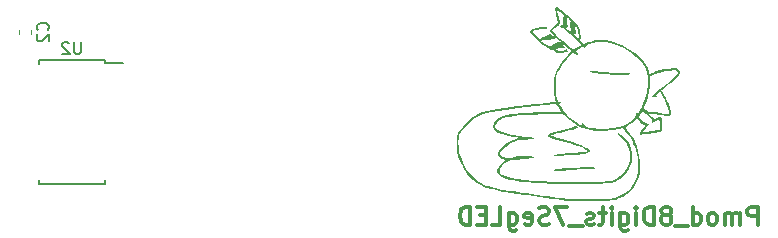
<source format=gbr>
%TF.GenerationSoftware,KiCad,Pcbnew,7.0.2*%
%TF.CreationDate,2023-08-10T02:19:43+09:00*%
%TF.ProjectId,Pmod_7LED_8digit,506d6f64-5f37-44c4-9544-5f3864696769,rev?*%
%TF.SameCoordinates,Original*%
%TF.FileFunction,Legend,Bot*%
%TF.FilePolarity,Positive*%
%FSLAX46Y46*%
G04 Gerber Fmt 4.6, Leading zero omitted, Abs format (unit mm)*
G04 Created by KiCad (PCBNEW 7.0.2) date 2023-08-10 02:19:43*
%MOMM*%
%LPD*%
G01*
G04 APERTURE LIST*
%ADD10C,0.300000*%
%ADD11C,0.150000*%
%ADD12C,0.120000*%
G04 APERTURE END LIST*
D10*
X129944857Y-83382428D02*
X129944857Y-81882428D01*
X129944857Y-81882428D02*
X129373428Y-81882428D01*
X129373428Y-81882428D02*
X129230571Y-81953857D01*
X129230571Y-81953857D02*
X129159142Y-82025285D01*
X129159142Y-82025285D02*
X129087714Y-82168142D01*
X129087714Y-82168142D02*
X129087714Y-82382428D01*
X129087714Y-82382428D02*
X129159142Y-82525285D01*
X129159142Y-82525285D02*
X129230571Y-82596714D01*
X129230571Y-82596714D02*
X129373428Y-82668142D01*
X129373428Y-82668142D02*
X129944857Y-82668142D01*
X128444857Y-83382428D02*
X128444857Y-82382428D01*
X128444857Y-82525285D02*
X128373428Y-82453857D01*
X128373428Y-82453857D02*
X128230571Y-82382428D01*
X128230571Y-82382428D02*
X128016285Y-82382428D01*
X128016285Y-82382428D02*
X127873428Y-82453857D01*
X127873428Y-82453857D02*
X127802000Y-82596714D01*
X127802000Y-82596714D02*
X127802000Y-83382428D01*
X127802000Y-82596714D02*
X127730571Y-82453857D01*
X127730571Y-82453857D02*
X127587714Y-82382428D01*
X127587714Y-82382428D02*
X127373428Y-82382428D01*
X127373428Y-82382428D02*
X127230571Y-82453857D01*
X127230571Y-82453857D02*
X127159142Y-82596714D01*
X127159142Y-82596714D02*
X127159142Y-83382428D01*
X126230571Y-83382428D02*
X126373428Y-83311000D01*
X126373428Y-83311000D02*
X126444857Y-83239571D01*
X126444857Y-83239571D02*
X126516285Y-83096714D01*
X126516285Y-83096714D02*
X126516285Y-82668142D01*
X126516285Y-82668142D02*
X126444857Y-82525285D01*
X126444857Y-82525285D02*
X126373428Y-82453857D01*
X126373428Y-82453857D02*
X126230571Y-82382428D01*
X126230571Y-82382428D02*
X126016285Y-82382428D01*
X126016285Y-82382428D02*
X125873428Y-82453857D01*
X125873428Y-82453857D02*
X125802000Y-82525285D01*
X125802000Y-82525285D02*
X125730571Y-82668142D01*
X125730571Y-82668142D02*
X125730571Y-83096714D01*
X125730571Y-83096714D02*
X125802000Y-83239571D01*
X125802000Y-83239571D02*
X125873428Y-83311000D01*
X125873428Y-83311000D02*
X126016285Y-83382428D01*
X126016285Y-83382428D02*
X126230571Y-83382428D01*
X124444857Y-83382428D02*
X124444857Y-81882428D01*
X124444857Y-83311000D02*
X124587714Y-83382428D01*
X124587714Y-83382428D02*
X124873428Y-83382428D01*
X124873428Y-83382428D02*
X125016285Y-83311000D01*
X125016285Y-83311000D02*
X125087714Y-83239571D01*
X125087714Y-83239571D02*
X125159142Y-83096714D01*
X125159142Y-83096714D02*
X125159142Y-82668142D01*
X125159142Y-82668142D02*
X125087714Y-82525285D01*
X125087714Y-82525285D02*
X125016285Y-82453857D01*
X125016285Y-82453857D02*
X124873428Y-82382428D01*
X124873428Y-82382428D02*
X124587714Y-82382428D01*
X124587714Y-82382428D02*
X124444857Y-82453857D01*
X124087714Y-83525285D02*
X122944856Y-83525285D01*
X122373428Y-82525285D02*
X122516285Y-82453857D01*
X122516285Y-82453857D02*
X122587714Y-82382428D01*
X122587714Y-82382428D02*
X122659142Y-82239571D01*
X122659142Y-82239571D02*
X122659142Y-82168142D01*
X122659142Y-82168142D02*
X122587714Y-82025285D01*
X122587714Y-82025285D02*
X122516285Y-81953857D01*
X122516285Y-81953857D02*
X122373428Y-81882428D01*
X122373428Y-81882428D02*
X122087714Y-81882428D01*
X122087714Y-81882428D02*
X121944857Y-81953857D01*
X121944857Y-81953857D02*
X121873428Y-82025285D01*
X121873428Y-82025285D02*
X121801999Y-82168142D01*
X121801999Y-82168142D02*
X121801999Y-82239571D01*
X121801999Y-82239571D02*
X121873428Y-82382428D01*
X121873428Y-82382428D02*
X121944857Y-82453857D01*
X121944857Y-82453857D02*
X122087714Y-82525285D01*
X122087714Y-82525285D02*
X122373428Y-82525285D01*
X122373428Y-82525285D02*
X122516285Y-82596714D01*
X122516285Y-82596714D02*
X122587714Y-82668142D01*
X122587714Y-82668142D02*
X122659142Y-82811000D01*
X122659142Y-82811000D02*
X122659142Y-83096714D01*
X122659142Y-83096714D02*
X122587714Y-83239571D01*
X122587714Y-83239571D02*
X122516285Y-83311000D01*
X122516285Y-83311000D02*
X122373428Y-83382428D01*
X122373428Y-83382428D02*
X122087714Y-83382428D01*
X122087714Y-83382428D02*
X121944857Y-83311000D01*
X121944857Y-83311000D02*
X121873428Y-83239571D01*
X121873428Y-83239571D02*
X121801999Y-83096714D01*
X121801999Y-83096714D02*
X121801999Y-82811000D01*
X121801999Y-82811000D02*
X121873428Y-82668142D01*
X121873428Y-82668142D02*
X121944857Y-82596714D01*
X121944857Y-82596714D02*
X122087714Y-82525285D01*
X121159143Y-83382428D02*
X121159143Y-81882428D01*
X121159143Y-81882428D02*
X120802000Y-81882428D01*
X120802000Y-81882428D02*
X120587714Y-81953857D01*
X120587714Y-81953857D02*
X120444857Y-82096714D01*
X120444857Y-82096714D02*
X120373428Y-82239571D01*
X120373428Y-82239571D02*
X120302000Y-82525285D01*
X120302000Y-82525285D02*
X120302000Y-82739571D01*
X120302000Y-82739571D02*
X120373428Y-83025285D01*
X120373428Y-83025285D02*
X120444857Y-83168142D01*
X120444857Y-83168142D02*
X120587714Y-83311000D01*
X120587714Y-83311000D02*
X120802000Y-83382428D01*
X120802000Y-83382428D02*
X121159143Y-83382428D01*
X119659143Y-83382428D02*
X119659143Y-82382428D01*
X119659143Y-81882428D02*
X119730571Y-81953857D01*
X119730571Y-81953857D02*
X119659143Y-82025285D01*
X119659143Y-82025285D02*
X119587714Y-81953857D01*
X119587714Y-81953857D02*
X119659143Y-81882428D01*
X119659143Y-81882428D02*
X119659143Y-82025285D01*
X118302000Y-82382428D02*
X118302000Y-83596714D01*
X118302000Y-83596714D02*
X118373428Y-83739571D01*
X118373428Y-83739571D02*
X118444857Y-83811000D01*
X118444857Y-83811000D02*
X118587714Y-83882428D01*
X118587714Y-83882428D02*
X118802000Y-83882428D01*
X118802000Y-83882428D02*
X118944857Y-83811000D01*
X118302000Y-83311000D02*
X118444857Y-83382428D01*
X118444857Y-83382428D02*
X118730571Y-83382428D01*
X118730571Y-83382428D02*
X118873428Y-83311000D01*
X118873428Y-83311000D02*
X118944857Y-83239571D01*
X118944857Y-83239571D02*
X119016285Y-83096714D01*
X119016285Y-83096714D02*
X119016285Y-82668142D01*
X119016285Y-82668142D02*
X118944857Y-82525285D01*
X118944857Y-82525285D02*
X118873428Y-82453857D01*
X118873428Y-82453857D02*
X118730571Y-82382428D01*
X118730571Y-82382428D02*
X118444857Y-82382428D01*
X118444857Y-82382428D02*
X118302000Y-82453857D01*
X117587714Y-83382428D02*
X117587714Y-82382428D01*
X117587714Y-81882428D02*
X117659142Y-81953857D01*
X117659142Y-81953857D02*
X117587714Y-82025285D01*
X117587714Y-82025285D02*
X117516285Y-81953857D01*
X117516285Y-81953857D02*
X117587714Y-81882428D01*
X117587714Y-81882428D02*
X117587714Y-82025285D01*
X117087713Y-82382428D02*
X116516285Y-82382428D01*
X116873428Y-81882428D02*
X116873428Y-83168142D01*
X116873428Y-83168142D02*
X116801999Y-83311000D01*
X116801999Y-83311000D02*
X116659142Y-83382428D01*
X116659142Y-83382428D02*
X116516285Y-83382428D01*
X116087713Y-83311000D02*
X115944856Y-83382428D01*
X115944856Y-83382428D02*
X115659142Y-83382428D01*
X115659142Y-83382428D02*
X115516285Y-83311000D01*
X115516285Y-83311000D02*
X115444856Y-83168142D01*
X115444856Y-83168142D02*
X115444856Y-83096714D01*
X115444856Y-83096714D02*
X115516285Y-82953857D01*
X115516285Y-82953857D02*
X115659142Y-82882428D01*
X115659142Y-82882428D02*
X115873428Y-82882428D01*
X115873428Y-82882428D02*
X116016285Y-82811000D01*
X116016285Y-82811000D02*
X116087713Y-82668142D01*
X116087713Y-82668142D02*
X116087713Y-82596714D01*
X116087713Y-82596714D02*
X116016285Y-82453857D01*
X116016285Y-82453857D02*
X115873428Y-82382428D01*
X115873428Y-82382428D02*
X115659142Y-82382428D01*
X115659142Y-82382428D02*
X115516285Y-82453857D01*
X115159142Y-83525285D02*
X114016284Y-83525285D01*
X113801999Y-81882428D02*
X112801999Y-81882428D01*
X112801999Y-81882428D02*
X113444856Y-83382428D01*
X112301999Y-83311000D02*
X112087714Y-83382428D01*
X112087714Y-83382428D02*
X111730571Y-83382428D01*
X111730571Y-83382428D02*
X111587714Y-83311000D01*
X111587714Y-83311000D02*
X111516285Y-83239571D01*
X111516285Y-83239571D02*
X111444856Y-83096714D01*
X111444856Y-83096714D02*
X111444856Y-82953857D01*
X111444856Y-82953857D02*
X111516285Y-82811000D01*
X111516285Y-82811000D02*
X111587714Y-82739571D01*
X111587714Y-82739571D02*
X111730571Y-82668142D01*
X111730571Y-82668142D02*
X112016285Y-82596714D01*
X112016285Y-82596714D02*
X112159142Y-82525285D01*
X112159142Y-82525285D02*
X112230571Y-82453857D01*
X112230571Y-82453857D02*
X112301999Y-82311000D01*
X112301999Y-82311000D02*
X112301999Y-82168142D01*
X112301999Y-82168142D02*
X112230571Y-82025285D01*
X112230571Y-82025285D02*
X112159142Y-81953857D01*
X112159142Y-81953857D02*
X112016285Y-81882428D01*
X112016285Y-81882428D02*
X111659142Y-81882428D01*
X111659142Y-81882428D02*
X111444856Y-81953857D01*
X110230571Y-83311000D02*
X110373428Y-83382428D01*
X110373428Y-83382428D02*
X110659143Y-83382428D01*
X110659143Y-83382428D02*
X110802000Y-83311000D01*
X110802000Y-83311000D02*
X110873428Y-83168142D01*
X110873428Y-83168142D02*
X110873428Y-82596714D01*
X110873428Y-82596714D02*
X110802000Y-82453857D01*
X110802000Y-82453857D02*
X110659143Y-82382428D01*
X110659143Y-82382428D02*
X110373428Y-82382428D01*
X110373428Y-82382428D02*
X110230571Y-82453857D01*
X110230571Y-82453857D02*
X110159143Y-82596714D01*
X110159143Y-82596714D02*
X110159143Y-82739571D01*
X110159143Y-82739571D02*
X110873428Y-82882428D01*
X108873429Y-82382428D02*
X108873429Y-83596714D01*
X108873429Y-83596714D02*
X108944857Y-83739571D01*
X108944857Y-83739571D02*
X109016286Y-83811000D01*
X109016286Y-83811000D02*
X109159143Y-83882428D01*
X109159143Y-83882428D02*
X109373429Y-83882428D01*
X109373429Y-83882428D02*
X109516286Y-83811000D01*
X108873429Y-83311000D02*
X109016286Y-83382428D01*
X109016286Y-83382428D02*
X109302000Y-83382428D01*
X109302000Y-83382428D02*
X109444857Y-83311000D01*
X109444857Y-83311000D02*
X109516286Y-83239571D01*
X109516286Y-83239571D02*
X109587714Y-83096714D01*
X109587714Y-83096714D02*
X109587714Y-82668142D01*
X109587714Y-82668142D02*
X109516286Y-82525285D01*
X109516286Y-82525285D02*
X109444857Y-82453857D01*
X109444857Y-82453857D02*
X109302000Y-82382428D01*
X109302000Y-82382428D02*
X109016286Y-82382428D01*
X109016286Y-82382428D02*
X108873429Y-82453857D01*
X107444857Y-83382428D02*
X108159143Y-83382428D01*
X108159143Y-83382428D02*
X108159143Y-81882428D01*
X106944857Y-82596714D02*
X106444857Y-82596714D01*
X106230571Y-83382428D02*
X106944857Y-83382428D01*
X106944857Y-83382428D02*
X106944857Y-81882428D01*
X106944857Y-81882428D02*
X106230571Y-81882428D01*
X105587714Y-83382428D02*
X105587714Y-81882428D01*
X105587714Y-81882428D02*
X105230571Y-81882428D01*
X105230571Y-81882428D02*
X105016285Y-81953857D01*
X105016285Y-81953857D02*
X104873428Y-82096714D01*
X104873428Y-82096714D02*
X104801999Y-82239571D01*
X104801999Y-82239571D02*
X104730571Y-82525285D01*
X104730571Y-82525285D02*
X104730571Y-82739571D01*
X104730571Y-82739571D02*
X104801999Y-83025285D01*
X104801999Y-83025285D02*
X104873428Y-83168142D01*
X104873428Y-83168142D02*
X105016285Y-83311000D01*
X105016285Y-83311000D02*
X105230571Y-83382428D01*
X105230571Y-83382428D02*
X105587714Y-83382428D01*
D11*
%TO.C,U2*%
X72643904Y-67938619D02*
X72643904Y-68748142D01*
X72643904Y-68748142D02*
X72596285Y-68843380D01*
X72596285Y-68843380D02*
X72548666Y-68891000D01*
X72548666Y-68891000D02*
X72453428Y-68938619D01*
X72453428Y-68938619D02*
X72262952Y-68938619D01*
X72262952Y-68938619D02*
X72167714Y-68891000D01*
X72167714Y-68891000D02*
X72120095Y-68843380D01*
X72120095Y-68843380D02*
X72072476Y-68748142D01*
X72072476Y-68748142D02*
X72072476Y-67938619D01*
X71643904Y-68033857D02*
X71596285Y-67986238D01*
X71596285Y-67986238D02*
X71501047Y-67938619D01*
X71501047Y-67938619D02*
X71262952Y-67938619D01*
X71262952Y-67938619D02*
X71167714Y-67986238D01*
X71167714Y-67986238D02*
X71120095Y-68033857D01*
X71120095Y-68033857D02*
X71072476Y-68129095D01*
X71072476Y-68129095D02*
X71072476Y-68224333D01*
X71072476Y-68224333D02*
X71120095Y-68367190D01*
X71120095Y-68367190D02*
X71691523Y-68938619D01*
X71691523Y-68938619D02*
X71072476Y-68938619D01*
%TO.C,C2*%
X69836380Y-66889333D02*
X69884000Y-66841714D01*
X69884000Y-66841714D02*
X69931619Y-66698857D01*
X69931619Y-66698857D02*
X69931619Y-66603619D01*
X69931619Y-66603619D02*
X69884000Y-66460762D01*
X69884000Y-66460762D02*
X69788761Y-66365524D01*
X69788761Y-66365524D02*
X69693523Y-66317905D01*
X69693523Y-66317905D02*
X69503047Y-66270286D01*
X69503047Y-66270286D02*
X69360190Y-66270286D01*
X69360190Y-66270286D02*
X69169714Y-66317905D01*
X69169714Y-66317905D02*
X69074476Y-66365524D01*
X69074476Y-66365524D02*
X68979238Y-66460762D01*
X68979238Y-66460762D02*
X68931619Y-66603619D01*
X68931619Y-66603619D02*
X68931619Y-66698857D01*
X68931619Y-66698857D02*
X68979238Y-66841714D01*
X68979238Y-66841714D02*
X69026857Y-66889333D01*
X69026857Y-67270286D02*
X68979238Y-67317905D01*
X68979238Y-67317905D02*
X68931619Y-67413143D01*
X68931619Y-67413143D02*
X68931619Y-67651238D01*
X68931619Y-67651238D02*
X68979238Y-67746476D01*
X68979238Y-67746476D02*
X69026857Y-67794095D01*
X69026857Y-67794095D02*
X69122095Y-67841714D01*
X69122095Y-67841714D02*
X69217333Y-67841714D01*
X69217333Y-67841714D02*
X69360190Y-67794095D01*
X69360190Y-67794095D02*
X69931619Y-67222667D01*
X69931619Y-67222667D02*
X69931619Y-67841714D01*
%TO.C,G\u002A\u002A\u002A*%
G36*
X114948335Y-67657792D02*
G01*
X114917028Y-67704536D01*
X114945640Y-67775126D01*
X115051179Y-67888430D01*
X115228035Y-68059362D01*
X115585394Y-67946151D01*
X115796344Y-67879886D01*
X116021953Y-67812847D01*
X116193130Y-67770544D01*
X116339020Y-67747325D01*
X116488769Y-67737538D01*
X116671525Y-67735532D01*
X117039280Y-67752944D01*
X117499222Y-67831083D01*
X117969237Y-67979078D01*
X118479006Y-68204631D01*
X118703551Y-68319220D01*
X119180718Y-68595270D01*
X119590141Y-68888789D01*
X119961013Y-69222152D01*
X120322526Y-69617737D01*
X120375462Y-69684882D01*
X120515868Y-69903703D01*
X120636730Y-70145532D01*
X120721433Y-70374267D01*
X120753359Y-70553809D01*
X120760816Y-70613388D01*
X120804146Y-70620260D01*
X120913143Y-70569581D01*
X121059493Y-70504000D01*
X121352066Y-70403995D01*
X121696968Y-70311712D01*
X122063205Y-70233494D01*
X122419783Y-70175682D01*
X122735707Y-70144619D01*
X122979983Y-70146648D01*
X123041004Y-70157572D01*
X123215101Y-70239832D01*
X123342746Y-70372772D01*
X123390991Y-70523069D01*
X123392320Y-70527210D01*
X123386278Y-70562538D01*
X123314296Y-70695102D01*
X123173181Y-70869807D01*
X122978265Y-71071447D01*
X122744880Y-71284816D01*
X122488358Y-71494708D01*
X122224030Y-71685917D01*
X122121105Y-71756161D01*
X121955079Y-71874890D01*
X121840607Y-71964208D01*
X121797948Y-72008766D01*
X121798534Y-72012915D01*
X121839620Y-72081567D01*
X121925616Y-72185770D01*
X121943624Y-72206531D01*
X122061659Y-72381119D01*
X122185695Y-72619106D01*
X122307598Y-72897514D01*
X122419234Y-73193366D01*
X122512465Y-73483684D01*
X122579159Y-73745490D01*
X122611179Y-73955808D01*
X122600390Y-74091660D01*
X122566553Y-74126243D01*
X122433891Y-74160246D01*
X122218405Y-74164738D01*
X121934508Y-74139807D01*
X121596615Y-74085542D01*
X121568597Y-74080255D01*
X121334455Y-74041173D01*
X121121965Y-74013550D01*
X120974081Y-74003074D01*
X120782465Y-74003065D01*
X121006231Y-74226830D01*
X121229997Y-74450596D01*
X121459360Y-74331045D01*
X121459815Y-74330808D01*
X121609253Y-74259453D01*
X121712932Y-74236287D01*
X121779691Y-74273661D01*
X121818366Y-74383928D01*
X121837796Y-74579437D01*
X121846818Y-74872541D01*
X121847435Y-74904204D01*
X121850398Y-75178592D01*
X121839886Y-75363457D01*
X121838460Y-75368210D01*
X121805684Y-75477426D01*
X121737582Y-75539126D01*
X121625367Y-75567184D01*
X121458828Y-75580224D01*
X121423843Y-75582715D01*
X121226512Y-75603865D01*
X120977531Y-75637986D01*
X120722266Y-75678996D01*
X120509963Y-75714525D01*
X120261055Y-75748937D01*
X120098658Y-75758625D01*
X120010339Y-75744040D01*
X119983662Y-75705628D01*
X119994478Y-75636428D01*
X120059550Y-75473406D01*
X120162499Y-75300227D01*
X120278958Y-75161771D01*
X120387138Y-75046712D01*
X120418501Y-74965408D01*
X120354766Y-74935959D01*
X120298822Y-74918913D01*
X120172501Y-74831023D01*
X120026237Y-74688724D01*
X119885695Y-74515047D01*
X119761150Y-74339799D01*
X119492245Y-74604491D01*
X119347321Y-74734599D01*
X119159571Y-74877094D01*
X119000158Y-74972163D01*
X118908857Y-75018164D01*
X118800150Y-75105131D01*
X118790714Y-75195997D01*
X118874582Y-75306659D01*
X118908884Y-75342862D01*
X119016787Y-75471855D01*
X119132608Y-75624926D01*
X119176422Y-75685108D01*
X119302728Y-75851002D01*
X119409762Y-75982285D01*
X119500109Y-76123227D01*
X119561889Y-76294364D01*
X119572442Y-76341530D01*
X119628148Y-76520367D01*
X119702738Y-76706702D01*
X119753520Y-76830648D01*
X119858031Y-77180003D01*
X119938568Y-77584294D01*
X119991844Y-78012082D01*
X120006254Y-78278270D01*
X120014572Y-78431925D01*
X120003465Y-78812386D01*
X119955237Y-79122023D01*
X119874956Y-79377798D01*
X119751617Y-79690318D01*
X119610794Y-79992810D01*
X119473484Y-80236691D01*
X119397785Y-80339338D01*
X119169113Y-80572509D01*
X118878823Y-80801282D01*
X118557956Y-81004944D01*
X118237554Y-81162785D01*
X117948661Y-81254090D01*
X117772523Y-81289151D01*
X117558330Y-81333627D01*
X117399680Y-81368624D01*
X117389793Y-81370769D01*
X117241971Y-81388320D01*
X117004538Y-81401902D01*
X116695779Y-81411518D01*
X116333983Y-81417170D01*
X115937437Y-81418864D01*
X115524426Y-81416600D01*
X115113239Y-81410384D01*
X114722163Y-81400217D01*
X114369484Y-81386103D01*
X114073489Y-81368046D01*
X114036399Y-81365080D01*
X113763491Y-81338737D01*
X113407828Y-81298792D01*
X112991501Y-81248010D01*
X112536603Y-81189158D01*
X112065226Y-81125002D01*
X111599463Y-81058306D01*
X111502973Y-81044143D01*
X111041641Y-80977345D01*
X110584794Y-80912575D01*
X110153279Y-80852699D01*
X109767948Y-80800584D01*
X109449650Y-80759095D01*
X109219236Y-80731099D01*
X108975073Y-80699713D01*
X108651274Y-80648783D01*
X108351963Y-80592435D01*
X108119669Y-80538134D01*
X107860325Y-80467711D01*
X107592621Y-80398626D01*
X107337233Y-80338131D01*
X107042601Y-80273562D01*
X107017152Y-80267613D01*
X106775412Y-80176238D01*
X106489182Y-80020462D01*
X106182505Y-79817337D01*
X105879422Y-79583915D01*
X105603976Y-79337251D01*
X105380207Y-79094397D01*
X105379915Y-79094036D01*
X105267204Y-78932868D01*
X105127938Y-78701937D01*
X104979788Y-78432029D01*
X104840425Y-78153930D01*
X104828662Y-78129142D01*
X104704014Y-77862411D01*
X104617724Y-77659679D01*
X104560829Y-77488591D01*
X104524365Y-77316792D01*
X104499370Y-77111928D01*
X104476881Y-76841645D01*
X104467513Y-76706406D01*
X104461814Y-76423264D01*
X104624828Y-76423264D01*
X104644901Y-76824621D01*
X104648784Y-76874734D01*
X104669740Y-77113008D01*
X104695516Y-77299353D01*
X104734798Y-77463917D01*
X104796273Y-77636845D01*
X104888625Y-77848285D01*
X105020541Y-78128384D01*
X105102038Y-78295897D01*
X105298916Y-78661649D01*
X105496648Y-78958569D01*
X105717126Y-79213306D01*
X105982239Y-79452505D01*
X106313876Y-79702816D01*
X106374399Y-79745568D01*
X106604561Y-79898450D01*
X106796158Y-80001958D01*
X106986264Y-80073794D01*
X107211951Y-80131661D01*
X107226834Y-80134975D01*
X107472642Y-80192233D01*
X107709634Y-80251376D01*
X107888424Y-80300106D01*
X107991075Y-80330173D01*
X108280125Y-80408997D01*
X108533282Y-80464854D01*
X108799108Y-80507402D01*
X109126165Y-80546300D01*
X109142564Y-80548099D01*
X109352266Y-80573879D01*
X109648417Y-80613703D01*
X110010996Y-80664713D01*
X110419981Y-80724050D01*
X110855351Y-80788855D01*
X111297082Y-80856269D01*
X111333370Y-80861870D01*
X111779339Y-80929124D01*
X112220650Y-80993010D01*
X112636523Y-81050707D01*
X113006177Y-81099396D01*
X113308831Y-81136255D01*
X113523706Y-81158464D01*
X113697246Y-81171091D01*
X114001220Y-81187325D01*
X114360175Y-81201579D01*
X114757626Y-81213645D01*
X115177086Y-81223316D01*
X115602068Y-81230385D01*
X116016087Y-81234644D01*
X116402655Y-81235885D01*
X116745287Y-81233902D01*
X117027497Y-81228487D01*
X117232797Y-81219433D01*
X117344701Y-81206531D01*
X117463263Y-81178892D01*
X117670157Y-81134341D01*
X117890446Y-81089842D01*
X118047738Y-81048267D01*
X118369265Y-80912601D01*
X118697461Y-80720061D01*
X118996605Y-80492932D01*
X119230979Y-80253500D01*
X119503277Y-79838297D01*
X119712726Y-79340464D01*
X119828831Y-78812453D01*
X119844142Y-78278270D01*
X119836293Y-78178765D01*
X119787613Y-77763319D01*
X119717649Y-77368906D01*
X119632384Y-77025152D01*
X119537803Y-76761680D01*
X119511714Y-76701576D01*
X119440964Y-76510211D01*
X119396954Y-76349343D01*
X119341366Y-76192116D01*
X119242634Y-76037264D01*
X119137415Y-75910525D01*
X119043717Y-75783935D01*
X118998570Y-75722428D01*
X118887362Y-75585832D01*
X118755005Y-75434197D01*
X118543447Y-75200341D01*
X118177732Y-75285394D01*
X118017832Y-75317587D01*
X117751450Y-75361256D01*
X117446684Y-75403581D01*
X117142955Y-75438721D01*
X116929134Y-75459889D01*
X116698232Y-75477814D01*
X116519399Y-75480251D01*
X116359195Y-75465463D01*
X116184182Y-75431709D01*
X115960920Y-75377252D01*
X115839787Y-75347370D01*
X115610140Y-75294791D01*
X115423103Y-75257156D01*
X115310502Y-75241125D01*
X115265949Y-75234431D01*
X115108867Y-75183084D01*
X114911098Y-75096461D01*
X114708734Y-74992543D01*
X114537862Y-74889308D01*
X114434572Y-74804737D01*
X114385471Y-74755381D01*
X114316659Y-74717783D01*
X114294782Y-74713982D01*
X114258178Y-74693276D01*
X114196452Y-74643824D01*
X114095991Y-74553842D01*
X113943181Y-74411546D01*
X113724409Y-74205152D01*
X113714583Y-74195912D01*
X113569803Y-74071572D01*
X113453304Y-73991828D01*
X113389507Y-73973568D01*
X113341575Y-73981816D01*
X113195321Y-73992775D01*
X112967123Y-74004086D01*
X112672393Y-74015108D01*
X112326539Y-74025198D01*
X111944972Y-74033716D01*
X111711855Y-74038513D01*
X110976108Y-74059435D01*
X110339956Y-74088012D01*
X109795502Y-74125377D01*
X109334849Y-74172660D01*
X108950100Y-74230996D01*
X108633359Y-74301514D01*
X108376727Y-74385349D01*
X108172309Y-74483631D01*
X108012206Y-74597492D01*
X107868068Y-74742247D01*
X107753516Y-74935180D01*
X107744446Y-75111070D01*
X107841759Y-75266387D01*
X107956745Y-75358330D01*
X108162736Y-75471590D01*
X108435086Y-75574536D01*
X108782515Y-75669458D01*
X109213740Y-75758649D01*
X109737479Y-75844402D01*
X110362450Y-75929006D01*
X110411775Y-75935306D01*
X110724290Y-75983814D01*
X110937241Y-76034319D01*
X111047166Y-76085775D01*
X111050603Y-76137134D01*
X110990401Y-76150740D01*
X110841529Y-76162920D01*
X110627807Y-76171560D01*
X110372409Y-76175353D01*
X110298247Y-76175779D01*
X110008129Y-76182822D01*
X109797006Y-76200436D01*
X109639512Y-76231689D01*
X109510286Y-76279650D01*
X109480692Y-76293376D01*
X109270714Y-76390470D01*
X109067336Y-76484142D01*
X109021024Y-76506509D01*
X108852661Y-76603040D01*
X108726020Y-76696767D01*
X108636610Y-76773615D01*
X108583450Y-76806961D01*
X108562173Y-76819643D01*
X108480331Y-76890206D01*
X108364109Y-77002012D01*
X108265579Y-77107692D01*
X108144896Y-77288064D01*
X108124986Y-77434505D01*
X108206124Y-77554329D01*
X108388585Y-77654853D01*
X108489669Y-77691920D01*
X108646820Y-77728846D01*
X108816629Y-77734645D01*
X109030005Y-77709243D01*
X109317861Y-77652564D01*
X109318386Y-77652450D01*
X109579542Y-77606705D01*
X109858182Y-77575572D01*
X110138431Y-77558444D01*
X110404412Y-77554713D01*
X110640249Y-77563768D01*
X110830066Y-77585003D01*
X110957988Y-77617808D01*
X111008138Y-77661574D01*
X110964639Y-77715694D01*
X110963526Y-77716346D01*
X110879064Y-77738905D01*
X110709466Y-77766952D01*
X110478431Y-77797893D01*
X110209654Y-77829137D01*
X109926834Y-77858092D01*
X109653666Y-77882167D01*
X109413847Y-77898768D01*
X109231075Y-77905305D01*
X109091904Y-77912692D01*
X108899997Y-77962067D01*
X108697776Y-78074829D01*
X108518632Y-78203982D01*
X108281733Y-78428125D01*
X108145634Y-78642833D01*
X108110727Y-78842174D01*
X108177408Y-79020214D01*
X108346070Y-79171021D01*
X108617109Y-79288662D01*
X109058762Y-79409968D01*
X109656478Y-79535504D01*
X110225004Y-79613631D01*
X110370888Y-79626674D01*
X110823980Y-79660314D01*
X111332772Y-79689596D01*
X111885439Y-79714463D01*
X112470159Y-79734860D01*
X113075106Y-79750732D01*
X113688456Y-79762023D01*
X114298387Y-79768679D01*
X114893073Y-79770643D01*
X115460690Y-79767860D01*
X115989415Y-79760274D01*
X116467424Y-79747831D01*
X116882892Y-79730475D01*
X117223995Y-79708150D01*
X117478910Y-79680801D01*
X117635812Y-79648373D01*
X117766153Y-79590963D01*
X117945179Y-79491353D01*
X118142982Y-79367522D01*
X118336673Y-79235155D01*
X118503363Y-79109936D01*
X118620162Y-79007551D01*
X118664182Y-78943684D01*
X118683739Y-78895696D01*
X118753178Y-78779901D01*
X118855540Y-78630036D01*
X118894525Y-78571708D01*
X119032563Y-78288855D01*
X119132971Y-77960479D01*
X119184911Y-77629979D01*
X119177542Y-77340755D01*
X119150069Y-77205768D01*
X119002976Y-76801623D01*
X118768073Y-76406718D01*
X118459676Y-76046857D01*
X118314802Y-75900519D01*
X118200817Y-75768974D01*
X118154806Y-75684310D01*
X118167536Y-75633458D01*
X118215246Y-75622246D01*
X118297829Y-75667278D01*
X118425977Y-75779096D01*
X118611804Y-75966789D01*
X118720511Y-76085571D01*
X119027482Y-76497465D01*
X119238947Y-76918953D01*
X119348216Y-77337583D01*
X119354684Y-77397606D01*
X119347556Y-77722969D01*
X119284290Y-78072956D01*
X119175331Y-78403652D01*
X119031118Y-78671143D01*
X118958166Y-78776430D01*
X118866298Y-78920206D01*
X118816362Y-79013676D01*
X118773769Y-79075402D01*
X118649810Y-79193941D01*
X118471525Y-79336889D01*
X118262821Y-79487238D01*
X118047606Y-79627981D01*
X117849788Y-79742111D01*
X117693274Y-79812620D01*
X117627984Y-79831510D01*
X117524737Y-79851861D01*
X117388148Y-79868755D01*
X117207273Y-79882701D01*
X116971167Y-79894210D01*
X116668883Y-79903790D01*
X116289479Y-79911951D01*
X115822007Y-79919201D01*
X115255524Y-79926051D01*
X114943065Y-79928878D01*
X114079203Y-79930213D01*
X113251376Y-79922056D01*
X112468802Y-79904852D01*
X111740703Y-79879046D01*
X111076299Y-79845080D01*
X110484810Y-79803398D01*
X109975456Y-79754445D01*
X109557458Y-79698664D01*
X109240035Y-79636500D01*
X109021506Y-79581411D01*
X108723327Y-79499320D01*
X108501353Y-79424999D01*
X108335564Y-79350251D01*
X108205939Y-79266880D01*
X108092458Y-79166690D01*
X108023189Y-79096435D01*
X107942948Y-78995150D01*
X107913206Y-78894942D01*
X107927346Y-78760253D01*
X107978754Y-78555525D01*
X107980285Y-78550789D01*
X108037834Y-78464357D01*
X108153474Y-78334699D01*
X108304039Y-78187990D01*
X108330601Y-78163469D01*
X108462550Y-78032776D01*
X108545490Y-77935029D01*
X108562434Y-77889827D01*
X108551030Y-77884220D01*
X108455674Y-77847455D01*
X108312559Y-77798884D01*
X108298759Y-77794314D01*
X108090023Y-77681748D01*
X107977768Y-77525459D01*
X107962939Y-77335706D01*
X108046484Y-77122748D01*
X108229349Y-76896845D01*
X108341729Y-76793926D01*
X108519207Y-76648183D01*
X108710725Y-76503985D01*
X108891874Y-76378806D01*
X109038248Y-76290118D01*
X109125437Y-76255392D01*
X109168389Y-76244476D01*
X109291590Y-76197253D01*
X109453174Y-76125755D01*
X109725933Y-75998253D01*
X109453174Y-75959734D01*
X109277735Y-75933264D01*
X108940159Y-75872943D01*
X108638517Y-75807148D01*
X108397288Y-75741497D01*
X108240947Y-75681604D01*
X108235968Y-75679022D01*
X108108623Y-75621689D01*
X108022869Y-75597776D01*
X107987587Y-75584542D01*
X107884797Y-75514606D01*
X107754519Y-75404745D01*
X107672454Y-75327182D01*
X107590045Y-75225387D01*
X107563616Y-75123760D01*
X107574754Y-74978662D01*
X107589927Y-74892108D01*
X107638349Y-74766002D01*
X107733323Y-74642036D01*
X107896394Y-74487299D01*
X107915167Y-74470739D01*
X108075987Y-74340476D01*
X108226754Y-74251114D01*
X108407044Y-74183434D01*
X108656432Y-74118218D01*
X108745017Y-74098070D01*
X108970285Y-74054067D01*
X109221681Y-74015579D01*
X109508519Y-73982044D01*
X109840114Y-73952902D01*
X110225779Y-73927590D01*
X110674830Y-73905547D01*
X111196580Y-73886213D01*
X111800343Y-73869024D01*
X112495433Y-73853421D01*
X113291165Y-73838840D01*
X113300707Y-73830309D01*
X113285462Y-73758233D01*
X113231031Y-73636618D01*
X113152830Y-73494522D01*
X113066274Y-73361002D01*
X112986780Y-73265114D01*
X112956562Y-73238031D01*
X112899866Y-73203405D01*
X112821523Y-73185894D01*
X112699631Y-73184299D01*
X112512283Y-73197418D01*
X112237575Y-73224050D01*
X112074004Y-73241087D01*
X111699016Y-73282459D01*
X111309401Y-73327873D01*
X110967212Y-73370190D01*
X110897780Y-73378981D01*
X110582961Y-73416385D01*
X110210392Y-73457777D01*
X109820900Y-73498713D01*
X109455307Y-73534749D01*
X109254853Y-73554195D01*
X108547859Y-73633453D01*
X107935699Y-73722706D01*
X107406452Y-73826088D01*
X106948194Y-73947738D01*
X106549002Y-74091791D01*
X106196954Y-74262382D01*
X105880127Y-74463649D01*
X105586597Y-74699728D01*
X105304441Y-74974755D01*
X105261106Y-75020737D01*
X105002198Y-75314447D01*
X104819146Y-75573423D01*
X104701921Y-75825797D01*
X104640491Y-76099700D01*
X104624828Y-76423264D01*
X104461814Y-76423264D01*
X104459267Y-76296707D01*
X104495762Y-75955162D01*
X104586792Y-75656639D01*
X104742152Y-75376003D01*
X104971637Y-75088120D01*
X105285042Y-74767855D01*
X105418656Y-74642241D01*
X105707194Y-74394494D01*
X105996138Y-74185362D01*
X106299183Y-74010030D01*
X106630023Y-73863685D01*
X107002350Y-73741509D01*
X107429860Y-73638690D01*
X107926244Y-73550412D01*
X108505198Y-73471861D01*
X109180415Y-73398221D01*
X109445456Y-73371165D01*
X109852980Y-73327843D01*
X110256782Y-73283157D01*
X110621616Y-73241032D01*
X110912234Y-73205392D01*
X111139394Y-73176918D01*
X111521914Y-73131208D01*
X111908142Y-73087225D01*
X112241743Y-73051492D01*
X112508608Y-73022408D01*
X112693937Y-72996153D01*
X112800342Y-72970174D01*
X112843506Y-72940584D01*
X112839114Y-72903497D01*
X112812760Y-72844258D01*
X112758006Y-72633282D01*
X112718089Y-72350421D01*
X112693859Y-72022127D01*
X112689493Y-71824947D01*
X112843169Y-71824947D01*
X112865324Y-72183569D01*
X112912240Y-72496182D01*
X112932047Y-72586409D01*
X112981811Y-72780102D01*
X113029897Y-72892938D01*
X113087632Y-72945526D01*
X113166346Y-72958476D01*
X113202620Y-72960790D01*
X113290309Y-72998483D01*
X113301864Y-73057783D01*
X113224658Y-73106609D01*
X113186237Y-73117662D01*
X113139180Y-73154921D01*
X113185232Y-73226610D01*
X113205967Y-73252671D01*
X113288219Y-73378614D01*
X113375491Y-73535749D01*
X113443775Y-73644872D01*
X113608834Y-73847186D01*
X113828606Y-74076353D01*
X114080865Y-74311963D01*
X114343385Y-74533606D01*
X114593940Y-74720872D01*
X114810304Y-74853350D01*
X114837010Y-74866953D01*
X114948662Y-74916297D01*
X115007244Y-74912501D01*
X115049488Y-74855968D01*
X115052096Y-74851352D01*
X115094518Y-74802303D01*
X115151466Y-74818573D01*
X115253044Y-74907831D01*
X115359340Y-74985101D01*
X115546827Y-75082360D01*
X115756068Y-75162553D01*
X116015279Y-75226584D01*
X116491992Y-75281958D01*
X117028375Y-75280305D01*
X117603606Y-75222092D01*
X118196866Y-75107785D01*
X118222858Y-75101398D01*
X118550133Y-74992676D01*
X118868026Y-74840143D01*
X119157026Y-74657685D01*
X119397624Y-74459186D01*
X119570310Y-74258532D01*
X119605544Y-74180464D01*
X119922154Y-74180464D01*
X119923661Y-74257958D01*
X119969757Y-74341802D01*
X120103437Y-74520236D01*
X120311661Y-74714582D01*
X120516194Y-74805799D01*
X120528877Y-74808289D01*
X120660316Y-74847818D01*
X120732643Y-74893676D01*
X120733509Y-74895397D01*
X120708586Y-74959581D01*
X120619543Y-75071096D01*
X120484633Y-75206891D01*
X120480602Y-75210623D01*
X120340894Y-75348990D01*
X120241454Y-75464339D01*
X120203576Y-75532035D01*
X120206142Y-75554383D01*
X120244809Y-75592475D01*
X120246401Y-75592271D01*
X120323215Y-75579582D01*
X120475098Y-75552944D01*
X120670892Y-75517814D01*
X120872514Y-75483167D01*
X121145156Y-75440436D01*
X121377476Y-75408162D01*
X121699211Y-75368210D01*
X121679647Y-74937412D01*
X121677223Y-74888930D01*
X121662119Y-74688168D01*
X121642832Y-74538546D01*
X121622923Y-74469454D01*
X121586657Y-74469047D01*
X121480843Y-74514928D01*
X121338334Y-74602527D01*
X121306784Y-74624059D01*
X121133114Y-74731370D01*
X121030332Y-74766268D01*
X120988548Y-74729287D01*
X120997876Y-74620965D01*
X121006387Y-74556216D01*
X120985996Y-74466299D01*
X120911892Y-74361280D01*
X120768586Y-74213644D01*
X120629777Y-74089106D01*
X120490835Y-73985029D01*
X120396000Y-73937252D01*
X120333604Y-73909023D01*
X120293679Y-73822278D01*
X120281688Y-73742801D01*
X120226254Y-73739990D01*
X120138336Y-73818835D01*
X120030048Y-73972436D01*
X119971346Y-74071886D01*
X119922154Y-74180464D01*
X119605544Y-74180464D01*
X119655575Y-74069608D01*
X119693566Y-73969705D01*
X119775849Y-73935965D01*
X119813336Y-73927594D01*
X119890101Y-73852451D01*
X119993930Y-73693369D01*
X120103782Y-73491868D01*
X120313532Y-73491868D01*
X120323096Y-73515328D01*
X120397898Y-73595535D01*
X120522656Y-73693206D01*
X120559401Y-73717730D01*
X120763931Y-73811774D01*
X121003717Y-73840061D01*
X121150754Y-73848148D01*
X121394439Y-73877506D01*
X121633013Y-73920597D01*
X121810450Y-73954681D01*
X122043245Y-73987633D01*
X122227735Y-74001133D01*
X122232295Y-74001168D01*
X122377771Y-73995192D01*
X122438526Y-73967350D01*
X122438705Y-73906852D01*
X122434986Y-73892615D01*
X122406853Y-73763320D01*
X122376549Y-73599241D01*
X122364119Y-73542895D01*
X122302218Y-73350053D01*
X122207044Y-73106023D01*
X122092424Y-72841831D01*
X121972184Y-72588505D01*
X121860152Y-72377069D01*
X121770155Y-72238552D01*
X121654482Y-72095900D01*
X121479496Y-72241984D01*
X121406967Y-72307019D01*
X121347914Y-72390690D01*
X121367998Y-72451557D01*
X121399321Y-72504113D01*
X121343037Y-72548986D01*
X121244652Y-72569220D01*
X121116248Y-72548877D01*
X121043274Y-72481328D01*
X121044821Y-72463955D01*
X121105249Y-72378806D01*
X121236577Y-72248045D01*
X121424399Y-72083902D01*
X121654312Y-71898613D01*
X121911912Y-71704409D01*
X122182796Y-71513525D01*
X122249461Y-71467205D01*
X122477071Y-71295251D01*
X122701616Y-71107533D01*
X122906008Y-70920253D01*
X123073159Y-70749614D01*
X123185981Y-70611819D01*
X123227385Y-70523069D01*
X123219296Y-70475002D01*
X123134446Y-70371479D01*
X122979983Y-70314609D01*
X122789348Y-70309200D01*
X122525885Y-70332753D01*
X122218553Y-70380070D01*
X121892906Y-70445460D01*
X121574502Y-70523228D01*
X121288894Y-70607683D01*
X121061640Y-70693131D01*
X120918294Y-70773879D01*
X120918019Y-70774107D01*
X120878257Y-70836381D01*
X120850854Y-70956997D01*
X120833369Y-71153120D01*
X120823363Y-71441919D01*
X120817607Y-71570915D01*
X120812521Y-71684893D01*
X120763522Y-72134483D01*
X120681972Y-72556790D01*
X120573700Y-72924603D01*
X120444535Y-73210709D01*
X120404847Y-73281458D01*
X120339387Y-73413963D01*
X120313532Y-73491868D01*
X120103782Y-73491868D01*
X120131426Y-73441160D01*
X120251498Y-73205227D01*
X120371622Y-72949640D01*
X120457851Y-72730811D01*
X120522831Y-72515694D01*
X120579210Y-72271246D01*
X120597576Y-72178896D01*
X120672322Y-71570915D01*
X120660617Y-71004130D01*
X120563916Y-70486935D01*
X120383678Y-70027724D01*
X120121361Y-69634890D01*
X119683222Y-69186392D01*
X119165975Y-68776224D01*
X118601318Y-68428049D01*
X118013600Y-68156845D01*
X117427169Y-67977588D01*
X117240857Y-67944192D01*
X116940902Y-67913582D01*
X116637159Y-67904324D01*
X116366693Y-67917148D01*
X116166570Y-67952784D01*
X116112274Y-67969024D01*
X115929419Y-68019923D01*
X115732021Y-68071163D01*
X115635965Y-68098340D01*
X115588939Y-68121078D01*
X115489753Y-68169036D01*
X115417256Y-68266249D01*
X115404855Y-68294611D01*
X115342538Y-68375514D01*
X115282438Y-68395467D01*
X115255524Y-68340294D01*
X115255258Y-68332044D01*
X115231958Y-68292926D01*
X115160818Y-68301642D01*
X115027447Y-68362815D01*
X114817455Y-68481069D01*
X114802302Y-68490024D01*
X114645999Y-68592426D01*
X114543355Y-68678125D01*
X114515928Y-68729369D01*
X114528378Y-68744166D01*
X114596824Y-68751989D01*
X114611428Y-68749368D01*
X114672639Y-68792764D01*
X114733267Y-68880332D01*
X114760719Y-68968931D01*
X114734086Y-68999821D01*
X114645162Y-68998030D01*
X114531610Y-68959157D01*
X114433275Y-68892504D01*
X114423460Y-68882743D01*
X114378729Y-68845895D01*
X114332401Y-68838397D01*
X114269770Y-68870438D01*
X114176135Y-68952208D01*
X114036790Y-69093897D01*
X113837031Y-69305695D01*
X113783953Y-69362730D01*
X113534177Y-69648700D01*
X113363140Y-69879082D01*
X113275112Y-70048232D01*
X113256517Y-70101271D01*
X113199487Y-70232996D01*
X113153246Y-70300122D01*
X113151045Y-70301548D01*
X113083876Y-70397010D01*
X113004817Y-70600731D01*
X112913670Y-70913214D01*
X112872996Y-71130122D01*
X112845738Y-71460428D01*
X112843169Y-71824947D01*
X112689493Y-71824947D01*
X112686169Y-71674850D01*
X112695869Y-71335042D01*
X112723813Y-71029153D01*
X112770851Y-70783634D01*
X112875907Y-70480834D01*
X113094614Y-70039996D01*
X113381753Y-69602749D01*
X113719493Y-69198882D01*
X113879386Y-69026062D01*
X114022896Y-68862559D01*
X114120156Y-68741842D01*
X114155957Y-68681926D01*
X114155914Y-68681025D01*
X114117655Y-68624450D01*
X114023020Y-68525126D01*
X113894442Y-68403059D01*
X113754353Y-68278253D01*
X113625185Y-68170713D01*
X113529371Y-68100444D01*
X113489344Y-68087452D01*
X113481050Y-68134081D01*
X113490621Y-68237269D01*
X113567332Y-68285316D01*
X113663283Y-68328186D01*
X113667391Y-68375181D01*
X113582959Y-68413598D01*
X113580977Y-68414500D01*
X113413749Y-68436581D01*
X113336041Y-68441266D01*
X113122409Y-68460051D01*
X112946685Y-68482838D01*
X112754513Y-68515274D01*
X112974174Y-68623359D01*
X112977041Y-68624768D01*
X113132306Y-68689645D01*
X113257418Y-68700663D01*
X113413749Y-68663412D01*
X113458563Y-68648923D01*
X113608873Y-68591502D01*
X113704715Y-68541639D01*
X113746777Y-68519668D01*
X113835717Y-68547846D01*
X113851197Y-68565442D01*
X113872362Y-68660830D01*
X113801108Y-68745316D01*
X113651630Y-68799497D01*
X113443410Y-68836082D01*
X113254021Y-68865248D01*
X113126107Y-68873516D01*
X113033362Y-68859595D01*
X112949482Y-68822190D01*
X112848163Y-68760009D01*
X112785391Y-68722223D01*
X112618291Y-68635522D01*
X112485940Y-68584496D01*
X112383690Y-68545518D01*
X112284499Y-68475097D01*
X112249129Y-68443095D01*
X112229475Y-68430135D01*
X112516331Y-68430135D01*
X112561584Y-68450251D01*
X112590690Y-68446283D01*
X112598237Y-68413598D01*
X112590179Y-68407019D01*
X112524932Y-68413598D01*
X112516331Y-68430135D01*
X112229475Y-68430135D01*
X112127968Y-68363202D01*
X111968568Y-68277694D01*
X111917817Y-68248872D01*
X111772013Y-68143677D01*
X111589465Y-67992683D01*
X111393671Y-67818000D01*
X111545459Y-67818000D01*
X111847353Y-68005333D01*
X111936985Y-68061050D01*
X112138704Y-68186022D01*
X112271282Y-68263277D01*
X112353480Y-68299227D01*
X112404063Y-68300284D01*
X112441792Y-68272858D01*
X112485430Y-68223361D01*
X112507844Y-68200422D01*
X112665105Y-68086091D01*
X112863346Y-67989218D01*
X113060660Y-67927341D01*
X113215141Y-67917996D01*
X113358321Y-67945367D01*
X113221100Y-67836271D01*
X113099799Y-67738116D01*
X112963912Y-67625008D01*
X112926379Y-67594581D01*
X112844860Y-67556134D01*
X112784418Y-67594568D01*
X112782981Y-67596258D01*
X112694962Y-67650209D01*
X112525093Y-67697956D01*
X112264006Y-67741498D01*
X111902331Y-67782835D01*
X111545459Y-67818000D01*
X111393671Y-67818000D01*
X111387491Y-67812486D01*
X111183408Y-67619686D01*
X110994533Y-67430880D01*
X110838181Y-67262667D01*
X110731672Y-67131645D01*
X110692320Y-67054413D01*
X110695204Y-67027128D01*
X110773401Y-66912602D01*
X110953665Y-66808004D01*
X111229673Y-66717301D01*
X111310566Y-66698388D01*
X111547205Y-66660696D01*
X111773874Y-66646497D01*
X111966093Y-66655211D01*
X112099378Y-66686258D01*
X112149247Y-66739061D01*
X112148288Y-66748153D01*
X112103658Y-66788435D01*
X111980952Y-66813018D01*
X111764398Y-66825440D01*
X111762333Y-66825499D01*
X111523117Y-66843100D01*
X111293441Y-66878303D01*
X111098364Y-66925107D01*
X110962943Y-66977511D01*
X110912234Y-67029516D01*
X110920015Y-67059551D01*
X110982700Y-67153572D01*
X111114338Y-67301727D01*
X111322260Y-67512653D01*
X111432004Y-67617975D01*
X111513346Y-67678566D01*
X111564675Y-67677867D01*
X111611066Y-67625693D01*
X111619840Y-67614415D01*
X111729124Y-67528803D01*
X111879840Y-67458830D01*
X111888742Y-67455865D01*
X112067259Y-67388346D01*
X112223284Y-67317515D01*
X112242394Y-67307679D01*
X112392166Y-67249749D01*
X112494810Y-67266178D01*
X112584691Y-67361111D01*
X112652018Y-67433351D01*
X112705432Y-67445075D01*
X112706612Y-67443707D01*
X112695343Y-67380753D01*
X112633843Y-67273503D01*
X112546701Y-67155442D01*
X112458507Y-67060051D01*
X112393851Y-67020813D01*
X112381226Y-67020247D01*
X112334954Y-66983115D01*
X112359570Y-66918698D01*
X112557911Y-66918698D01*
X112783376Y-67187992D01*
X112888364Y-67305843D01*
X113071441Y-67489393D01*
X113238784Y-67635175D01*
X113301824Y-67685219D01*
X113474286Y-67828112D01*
X113611493Y-67945367D01*
X113680447Y-68004294D01*
X113888348Y-68186636D01*
X114015338Y-68298767D01*
X114171020Y-68433278D01*
X114281357Y-68524905D01*
X114328175Y-68558291D01*
X114342915Y-68554399D01*
X114434996Y-68510186D01*
X114574689Y-68431123D01*
X114733295Y-68334944D01*
X114882116Y-68239386D01*
X114992454Y-68162185D01*
X115035610Y-68121078D01*
X115006939Y-68078575D01*
X114912140Y-67974510D01*
X114766779Y-67827655D01*
X114587140Y-67654936D01*
X114362158Y-67449514D01*
X114077218Y-67212379D01*
X114014278Y-67166134D01*
X114364850Y-67166134D01*
X114380347Y-67211211D01*
X114459808Y-67309591D01*
X114586355Y-67433151D01*
X114832626Y-67653065D01*
X114794200Y-67405662D01*
X114788105Y-67366121D01*
X114754032Y-67137732D01*
X114723442Y-66923136D01*
X114718563Y-66891003D01*
X114658629Y-66706559D01*
X114540364Y-66580673D01*
X114389619Y-66473332D01*
X114455022Y-66663579D01*
X114463336Y-66687219D01*
X114516481Y-66818186D01*
X114558105Y-66891504D01*
X114569189Y-66905756D01*
X114574886Y-66929254D01*
X114594755Y-67011199D01*
X114581744Y-67135804D01*
X114534658Y-67217037D01*
X114502766Y-67226722D01*
X114431574Y-67186922D01*
X114408537Y-67160277D01*
X114364850Y-67166134D01*
X114014278Y-67166134D01*
X113771768Y-66987949D01*
X113431629Y-66762613D01*
X113720143Y-66762613D01*
X113724532Y-66765944D01*
X113791405Y-66816641D01*
X113902224Y-66900627D01*
X113922103Y-66915417D01*
X114036563Y-66990312D01*
X114108393Y-67020813D01*
X114128217Y-67012290D01*
X114153007Y-66929254D01*
X114144754Y-66779681D01*
X114103751Y-66590655D01*
X114080085Y-66444456D01*
X114100387Y-66280160D01*
X114102902Y-66273368D01*
X114116165Y-66179691D01*
X114073839Y-66079716D01*
X113962457Y-65940259D01*
X113775685Y-65728822D01*
X113773703Y-65948736D01*
X113773717Y-65965273D01*
X113791401Y-66178222D01*
X113831870Y-66385295D01*
X113863556Y-66525411D01*
X113853792Y-66611618D01*
X113794343Y-66673363D01*
X113738890Y-66721494D01*
X113720143Y-66762613D01*
X113431629Y-66762613D01*
X113406541Y-66745993D01*
X113303106Y-66662344D01*
X113241391Y-66547866D01*
X113278202Y-66448092D01*
X113341454Y-66426686D01*
X113422522Y-66498519D01*
X113446795Y-66528422D01*
X113477917Y-66547338D01*
X113492982Y-66504388D01*
X113495141Y-66383608D01*
X113487544Y-66169032D01*
X113483775Y-66063106D01*
X113484815Y-65868039D01*
X113502154Y-65761606D01*
X113537450Y-65729205D01*
X113587868Y-65716011D01*
X113579310Y-65656583D01*
X113481436Y-65546386D01*
X113291959Y-65382187D01*
X113252116Y-65349905D01*
X113124069Y-65253038D01*
X113043122Y-65214697D01*
X113005616Y-65244399D01*
X113007893Y-65351663D01*
X113046294Y-65546007D01*
X113117161Y-65836949D01*
X113143330Y-65942799D01*
X113187622Y-66161241D01*
X113187737Y-66316978D01*
X113133020Y-66441340D01*
X113012819Y-66565659D01*
X112816480Y-66721266D01*
X112557911Y-66918698D01*
X112359570Y-66918698D01*
X112367290Y-66898497D01*
X112468880Y-66781209D01*
X112630372Y-66646071D01*
X112746913Y-66559720D01*
X112902172Y-66435113D01*
X112987897Y-66332305D01*
X113015779Y-66222204D01*
X112997511Y-66075719D01*
X112944783Y-65863758D01*
X112890372Y-65617048D01*
X112853216Y-65366920D01*
X112837992Y-65149478D01*
X112846372Y-64989361D01*
X112880033Y-64911206D01*
X112890592Y-64908675D01*
X112977099Y-64943411D01*
X113124984Y-65041002D01*
X113320542Y-65190221D01*
X113550071Y-65379843D01*
X113799867Y-65598642D01*
X114056226Y-65835393D01*
X114305444Y-66078871D01*
X114428195Y-66203866D01*
X114635318Y-66424349D01*
X114772775Y-66588694D01*
X114849445Y-66708055D01*
X114874205Y-66793589D01*
X114882324Y-66884352D01*
X114910069Y-67064939D01*
X114950041Y-67268216D01*
X114970812Y-67366903D01*
X114993952Y-67518642D01*
X114986501Y-67606134D01*
X114951827Y-67653065D01*
X114948335Y-67657792D01*
G37*
G36*
X115738257Y-78524504D02*
G01*
X115982574Y-78537040D01*
X116141970Y-78560123D01*
X116204180Y-78593757D01*
X116184133Y-78608333D01*
X116067744Y-78630172D01*
X115854982Y-78651085D01*
X115554026Y-78670333D01*
X115173056Y-78687174D01*
X114862778Y-78700137D01*
X114514247Y-78718163D01*
X114199124Y-78737966D01*
X113942910Y-78757925D01*
X113771108Y-78776415D01*
X113580220Y-78800059D01*
X113311403Y-78822796D01*
X113064261Y-78832764D01*
X112860660Y-78829803D01*
X112722465Y-78813754D01*
X112671541Y-78784456D01*
X112671610Y-78778751D01*
X112677310Y-78752593D01*
X112701480Y-78731159D01*
X112757141Y-78712536D01*
X112857314Y-78694812D01*
X113015018Y-78676074D01*
X113243276Y-78654408D01*
X113555107Y-78627902D01*
X113963532Y-78594643D01*
X114157054Y-78579721D01*
X114618418Y-78550122D01*
X115043915Y-78531049D01*
X115421283Y-78522508D01*
X115738257Y-78524504D01*
G37*
G36*
X114654945Y-75059944D02*
G01*
X114729379Y-75096402D01*
X114733903Y-75152632D01*
X114657052Y-75216005D01*
X114485158Y-75280935D01*
X114210935Y-75350998D01*
X113974972Y-75406071D01*
X113687778Y-75476674D01*
X113441238Y-75540723D01*
X113270017Y-75585890D01*
X113000602Y-75653617D01*
X112765191Y-75709377D01*
X112758206Y-75710956D01*
X112542080Y-75768782D01*
X112435018Y-75819712D01*
X112436396Y-75864296D01*
X112545591Y-75903085D01*
X112588733Y-75913247D01*
X112759135Y-75958523D01*
X112946433Y-76013392D01*
X112984761Y-76024962D01*
X113157693Y-76074902D01*
X113400898Y-76143165D01*
X113687599Y-76222283D01*
X113991022Y-76304785D01*
X114314713Y-76399584D01*
X114672179Y-76520993D01*
X115002867Y-76649915D01*
X115290890Y-76779157D01*
X115520362Y-76901524D01*
X115675396Y-77009823D01*
X115740106Y-77096859D01*
X115739879Y-77132104D01*
X115672801Y-77230596D01*
X115524479Y-77321541D01*
X115315869Y-77394298D01*
X115067923Y-77438224D01*
X115025361Y-77442228D01*
X114820471Y-77458613D01*
X114545552Y-77477753D01*
X114231336Y-77497586D01*
X113908554Y-77516047D01*
X113714496Y-77526533D01*
X113369646Y-77545012D01*
X113115136Y-77557732D01*
X112937658Y-77564601D01*
X112823904Y-77565525D01*
X112760567Y-77560413D01*
X112734338Y-77549172D01*
X112731910Y-77531710D01*
X112739973Y-77507935D01*
X112764637Y-77477272D01*
X112839559Y-77443919D01*
X112973151Y-77414554D01*
X113175664Y-77387885D01*
X113457351Y-77362616D01*
X113828463Y-77337454D01*
X114299253Y-77311105D01*
X114566782Y-77295602D01*
X114947996Y-77265478D01*
X115227391Y-77230493D01*
X115410101Y-77189693D01*
X115501261Y-77142123D01*
X115506003Y-77086831D01*
X115461096Y-77042679D01*
X115311667Y-76954974D01*
X115079011Y-76850340D01*
X114777630Y-76734238D01*
X114422027Y-76612126D01*
X114026707Y-76489464D01*
X113606173Y-76371710D01*
X113318221Y-76294500D01*
X112929750Y-76185711D01*
X112633267Y-76095006D01*
X112419248Y-76018859D01*
X112278169Y-75953744D01*
X112200507Y-75896135D01*
X112176736Y-75842505D01*
X112184638Y-75808301D01*
X112274396Y-75715958D01*
X112451258Y-75626288D01*
X112699030Y-75548409D01*
X112761834Y-75532821D01*
X113147780Y-75436894D01*
X113511840Y-75346194D01*
X113825729Y-75267774D01*
X114061161Y-75208690D01*
X114150077Y-75183998D01*
X114286505Y-75135182D01*
X114353042Y-75095090D01*
X114409133Y-75063566D01*
X114529582Y-75048933D01*
X114654945Y-75059944D01*
G37*
G36*
X116100834Y-70376607D02*
G01*
X116410069Y-70415625D01*
X116450296Y-70421479D01*
X116767074Y-70456252D01*
X117163106Y-70484580D01*
X117611886Y-70504883D01*
X118086909Y-70515581D01*
X118347547Y-70519273D01*
X118702045Y-70528392D01*
X118957376Y-70541972D01*
X119120279Y-70560953D01*
X119197494Y-70586272D01*
X119195761Y-70618869D01*
X119121822Y-70659682D01*
X119089033Y-70669457D01*
X118938157Y-70687548D01*
X118706538Y-70695766D01*
X118411512Y-70695137D01*
X118070415Y-70686688D01*
X117700581Y-70671446D01*
X117319346Y-70650437D01*
X116944046Y-70624688D01*
X116592015Y-70595225D01*
X116280591Y-70563076D01*
X116027108Y-70529267D01*
X115848901Y-70494824D01*
X115763306Y-70460775D01*
X115742456Y-70433747D01*
X115762862Y-70385959D01*
X115883710Y-70366816D01*
X116100834Y-70376607D01*
G37*
%TO.C,U2*%
X74657000Y-79951000D02*
X74657000Y-79596000D01*
X74657000Y-79951000D02*
X69107000Y-79951000D01*
X74657000Y-69676000D02*
X76182000Y-69676000D01*
X74657000Y-69401000D02*
X74657000Y-69676000D01*
X74657000Y-69401000D02*
X69107000Y-69401000D01*
X69107000Y-79951000D02*
X69107000Y-79596000D01*
X69107000Y-69401000D02*
X69107000Y-69756000D01*
D12*
%TO.C,C2*%
X68455000Y-66909733D02*
X68455000Y-67202267D01*
X67435000Y-66909733D02*
X67435000Y-67202267D01*
%TD*%
M02*

</source>
